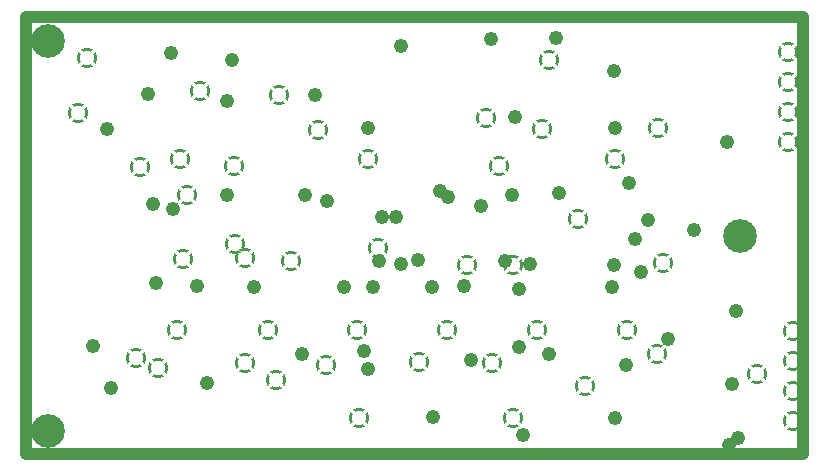
<source format=gbr>
%TF.GenerationSoftware,Altium Limited,Altium Designer,21.1.1 (26)*%
G04 Layer_Physical_Order=2*
G04 Layer_Color=32768*
%FSLAX26Y26*%
%MOIN*%
%TF.SameCoordinates,5075B572-C75D-40FD-B4B0-80468548393A*%
%TF.FilePolarity,Negative*%
%TF.FileFunction,Copper,L2,Inr,Plane*%
%TF.Part,Single*%
G01*
G75*
%TA.AperFunction,NonConductor*%
%ADD28C,0.040000*%
%TA.AperFunction,ViaPad*%
%ADD29C,0.049000*%
G04:AMPARAMS|DCode=30|XSize=69mil|YSize=69mil|CornerRadius=0mil|HoleSize=0mil|Usage=FLASHONLY|Rotation=0.000|XOffset=0mil|YOffset=0mil|HoleType=Round|Shape=Relief|Width=10mil|Gap=10mil|Entries=4|*
%AMTHD30*
7,0,0,0.069000,0.049000,0.010000,45*
%
%ADD30THD30*%
%ADD31C,0.112000*%
D28*
X650000Y2425000D02*
X3239999Y2425000D01*
X650000Y2425000D02*
X650000Y970000D01*
X3240000Y970000D01*
X3239999Y2425000D02*
X3240000Y970000D01*
D29*
X3016920Y1446125D02*
D03*
X2876000Y1716000D02*
D03*
X1615000Y2165000D02*
D03*
X1792034Y2054962D02*
D03*
X1837617Y1760617D02*
D03*
X2702000Y1576500D02*
D03*
X2610000Y1600000D02*
D03*
X2395000Y1301117D02*
D03*
X2679858Y1685500D02*
D03*
X2295000Y1325000D02*
D03*
X2110000Y1528000D02*
D03*
X875824Y1330552D02*
D03*
X1140000Y1785000D02*
D03*
X2651279Y1266236D02*
D03*
X2605000Y1525000D02*
D03*
X2295205Y1519535D02*
D03*
X2330000Y1601500D02*
D03*
X2271761Y1832658D02*
D03*
X2246500Y1611000D02*
D03*
X2031088Y1844525D02*
D03*
X2059000Y1826000D02*
D03*
X1322000Y1832000D02*
D03*
X1570000Y1301117D02*
D03*
X2725000Y1750000D02*
D03*
X935070Y1189854D02*
D03*
X1791466Y1252258D02*
D03*
X2133634Y1284085D02*
D03*
X3003000Y1201000D02*
D03*
X2005000Y1525000D02*
D03*
X1710000D02*
D03*
X1253342Y1205866D02*
D03*
X1411215Y1524822D02*
D03*
X1320340Y2146500D02*
D03*
X1058808Y2170000D02*
D03*
X1073000Y1802000D02*
D03*
X922152Y2051207D02*
D03*
X1135000Y2305000D02*
D03*
X1084777Y1538049D02*
D03*
X3025150Y1021535D02*
D03*
X2993237Y1000815D02*
D03*
X2791000Y1354000D02*
D03*
X2986500Y2010238D02*
D03*
X1653000Y1811772D02*
D03*
X2006594Y1093978D02*
D03*
X2280000Y2091000D02*
D03*
X2307000Y1031000D02*
D03*
X1222000Y1528000D02*
D03*
X1827000Y1611000D02*
D03*
X1808000Y1527402D02*
D03*
X1579500Y1833000D02*
D03*
X1958000Y1615000D02*
D03*
X1902000Y1604000D02*
D03*
X2429000Y1840000D02*
D03*
X1883222Y1760592D02*
D03*
X2418000Y2355000D02*
D03*
X2660000Y1871000D02*
D03*
X2202000Y2351000D02*
D03*
X2167966Y1795000D02*
D03*
X1778000Y1311000D02*
D03*
X1335972Y2282812D02*
D03*
X2615790Y1090042D02*
D03*
X1901772Y2328872D02*
D03*
X2612966Y2054962D02*
D03*
X2610368Y2246654D02*
D03*
D30*
X855000Y2290000D02*
D03*
X1792034Y1952598D02*
D03*
X1495000Y2165000D02*
D03*
X2775000Y1605476D02*
D03*
X2354416Y1382333D02*
D03*
X2054562D02*
D03*
X1092063Y1256897D02*
D03*
X825000Y2105000D02*
D03*
X2654268Y1382333D02*
D03*
X1823368Y1657159D02*
D03*
X1754708Y1382333D02*
D03*
X2515000Y1195000D02*
D03*
X2755000Y1301117D02*
D03*
X2273162Y1598488D02*
D03*
X1188917Y1832469D02*
D03*
X1649500Y1265779D02*
D03*
X1458500Y1381254D02*
D03*
X1155000Y1382333D02*
D03*
X1960000Y1275000D02*
D03*
X2204373Y1273558D02*
D03*
X3087842Y1235224D02*
D03*
X2183711Y2090641D02*
D03*
X2120000Y1600000D02*
D03*
X1484174Y1215000D02*
D03*
X1380000Y1273560D02*
D03*
X1018901Y1288988D02*
D03*
X1230000Y2180000D02*
D03*
X1030000Y1925000D02*
D03*
X1625000Y2050000D02*
D03*
X1345000Y1930000D02*
D03*
X3206824Y1380000D02*
D03*
Y1280000D02*
D03*
Y1180000D02*
D03*
Y1080000D02*
D03*
X3191824Y2310238D02*
D03*
Y2110238D02*
D03*
Y2010238D02*
D03*
Y2210238D02*
D03*
X1348015Y1670090D02*
D03*
X1535405Y1613639D02*
D03*
X1382034Y1623820D02*
D03*
X1172966Y1618818D02*
D03*
X1760348Y1090042D02*
D03*
X1162966Y1952598D02*
D03*
X2273614Y1090042D02*
D03*
X2227034Y1928978D02*
D03*
X2489934Y1751024D02*
D03*
X2372034Y2051026D02*
D03*
X2612966Y1952598D02*
D03*
X2394028Y2284056D02*
D03*
X2757966Y2054962D02*
D03*
D31*
X725000Y1045000D02*
D03*
Y2345000D02*
D03*
X3030000Y1695000D02*
D03*
%TF.MD5,ed9da85ab0a2269ba41dab3054b25a98*%
M02*

</source>
